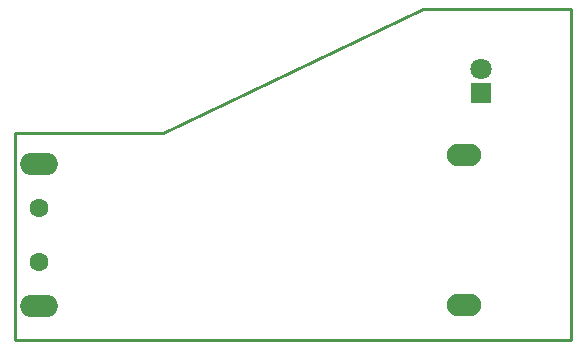
<source format=gbr>
G04 #@! TF.FileFunction,Soldermask,Bot*
%FSLAX46Y46*%
G04 Gerber Fmt 4.6, Leading zero omitted, Abs format (unit mm)*
G04 Created by KiCad (PCBNEW no-vcs-found-undefined) date Thu Oct 27 09:39:44 2016*
%MOMM*%
%LPD*%
G01*
G04 APERTURE LIST*
%ADD10C,0.600000*%
%ADD11C,0.254000*%
%ADD12C,1.600000*%
%ADD13C,1.200000*%
%ADD14O,3.200000X1.900000*%
%ADD15O,2.900000X1.900000*%
%ADD16R,1.800000X1.800000*%
%ADD17C,1.800000*%
G04 APERTURE END LIST*
D10*
D11*
X137000000Y-34500000D02*
X149500000Y-34500000D01*
X115000000Y-45000000D02*
X137000000Y-34500000D01*
X102500000Y-45000000D02*
X115000000Y-45000000D01*
X102500000Y-62500000D02*
X102500000Y-45000000D01*
X149500000Y-62500000D02*
X149500000Y-34500000D01*
X102500000Y-62500000D02*
X149500000Y-62500000D01*
D12*
X104530000Y-51310000D03*
X104530000Y-55910000D03*
D13*
X105280000Y-47610000D03*
X103780000Y-59610000D03*
X103780000Y-47610000D03*
D14*
X104530000Y-47610000D03*
D13*
X105280000Y-59610000D03*
D14*
X104530000Y-59610000D03*
D15*
X140450000Y-46850000D03*
X140450000Y-59550000D03*
D16*
X141947860Y-41558380D03*
D17*
X141945320Y-39546700D03*
M02*

</source>
